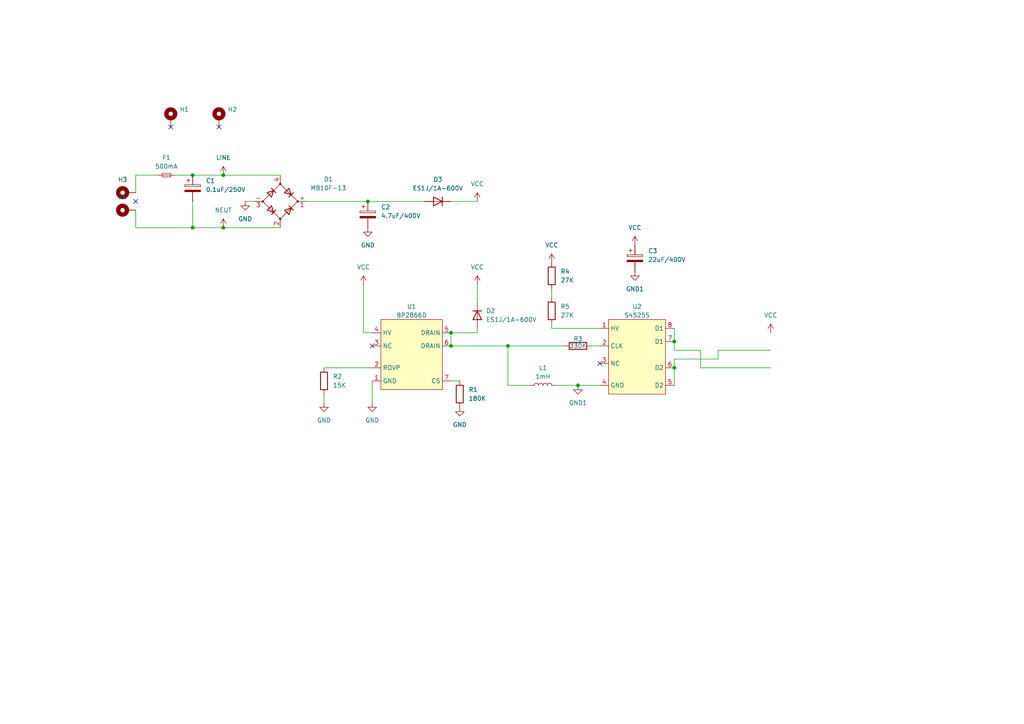
<source format=kicad_sch>
(kicad_sch (version 20231120) (generator "eeschema") (generator_version "8.0")
  (paper "A4")
  (lib_symbols
    (symbol "Device:C_Polarized" (pin_numbers hide) (pin_names (offset 0.254))
      (property "Reference" "C" (at 0.635 2.54 0))
      (property "Value" "C_Polarized" (at 0.635 -2.54 0))
      (symbol "C_Polarized_0_1"
        (rectangle (start -2.286 0.508) (end 2.286 1.016))
        (polyline (pts (xy -1.778 2.286) (xy -0.762 2.286)))
        (polyline (pts (xy -1.27 2.794) (xy -1.27 1.778)))
        (rectangle (start 2.286 -0.508) (end -2.286 -1.016) (fill (type outline)))
      )
      (symbol "C_Polarized_1_1"
        (pin passive line (at 0 3.81 270) (length 2.794) (name "~") (number "1"))
        (pin passive line (at 0 -3.81 90) (length 2.794) (name "~") (number "2"))
      )
    )
    (symbol "Device:D" (pin_numbers hide) (pin_names (offset 1.016) hide)
      (property "Reference" "D" (at 0 2.54 0))
      (property "Value" "D" (at 0 -2.54 0))
      (symbol "D_0_1"
        (polyline (pts (xy -1.27 1.27) (xy -1.27 -1.27)) (stroke (width 0.254)))
        (polyline (pts (xy 1.27 0) (xy -1.27 0)))
        (polyline (pts (xy 1.27 1.27) (xy 1.27 -1.27) (xy -1.27 0) (xy 1.27 1.27)) (stroke (width 0.254)))
      )
      (symbol "D_1_1"
        (pin passive line (at -3.81 0 0) (length 2.54) (name "K") (number "1"))
        (pin passive line (at 3.81 0 180) (length 2.54) (name "A") (number "2"))
      )
    )
    (symbol "Device:D_Bridge_+A-A" (pin_names (offset 0))
      (property "Reference" "D" (at 2.54 6.985 0))
      (property "Value" "D_Bridge_+A-A" (at 2.54 5.08 0))
      (symbol "D_Bridge_+A-A_0_1"
        (circle (center -5.08 0) (radius 0.254) (fill (type outline)))
        (circle (center 0 -5.08) (radius 0.254) (fill (type outline)))
        (polyline (pts (xy -2.54 3.81) (xy -1.27 2.54)) (stroke (width 0.254)))
        (polyline (pts (xy -1.27 -2.54) (xy -2.54 -3.81)) (stroke (width 0.254)))
        (polyline (pts (xy 2.54 -1.27) (xy 3.81 -2.54)) (stroke (width 0.254)))
        (polyline (pts (xy 2.54 1.27) (xy 3.81 2.54)) (stroke (width 0.254)))
        (polyline (pts (xy -3.81 2.54) (xy -2.54 1.27) (xy -1.905 3.175) (xy -3.81 2.54)) (stroke (width 0.254)))
        (polyline (pts (xy -2.54 -1.27) (xy -3.81 -2.54) (xy -1.905 -3.175) (xy -2.54 -1.27)) (stroke (width 0.254)))
        (polyline (pts (xy 1.27 2.54) (xy 2.54 3.81) (xy 3.175 1.905) (xy 1.27 2.54)) (stroke (width 0.254)))
        (polyline (pts (xy 3.175 -1.905) (xy 1.27 -2.54) (xy 2.54 -3.81) (xy 3.175 -1.905)) (stroke (width 0.254)))
        (polyline (pts (xy -5.08 0) (xy 0 -5.08) (xy 5.08 0) (xy 0 5.08) (xy -5.08 0)))
        (circle (center 0 5.08) (radius 0.254) (fill (type outline)))
        (circle (center 5.08 0) (radius 0.254) (fill (type outline)))
      )
      (symbol "D_Bridge_+A-A_1_1"
        (pin passive line (at 7.62 0 180) (length 2.54) (name "+") (number "1"))
        (pin passive line (at 0 -7.62 90) (length 2.54) (name "~") (number "2"))
        (pin passive line (at -7.62 0 0) (length 2.54) (name "-") (number "3"))
        (pin passive line (at 0 7.62 270) (length 2.54) (name "~") (number "4"))
      )
    )
    (symbol "Device:Fuse_Small" (pin_numbers hide) (pin_names (offset 0.254) hide)
      (property "Reference" "F" (at 0 -1.524 0))
      (property "Value" "Fuse_Small" (at 0 1.524 0))
      (symbol "Fuse_Small_0_1"
        (rectangle (start -1.27 0.508) (end 1.27 -0.508))
        (polyline (pts (xy -1.27 0) (xy 1.27 0)))
      )
      (symbol "Fuse_Small_1_1"
        (pin passive line (at -2.54 0 0) (length 1.27) (name "~") (number "1"))
        (pin passive line (at 2.54 0 180) (length 1.27) (name "~") (number "2"))
      )
    )
    (symbol "Device:L" (pin_numbers hide) (pin_names (offset 1.016) hide)
      (property "Reference" "L" (at -1.27 0 90))
      (property "Value" "L" (at 1.905 0 90))
      (symbol "L_0_1"
        (arc (start 0 -2.54) (mid 0.6323 -1.905) (end 0 -1.27))
        (arc (start 0 -1.27) (mid 0.6323 -0.635) (end 0 0))
        (arc (start 0 0) (mid 0.6323 0.635) (end 0 1.27))
        (arc (start 0 1.27) (mid 0.6323 1.905) (end 0 2.54))
      )
      (symbol "L_1_1"
        (pin passive line (at 0 3.81 270) (length 1.27) (name "1") (number "1"))
        (pin passive line (at 0 -3.81 90) (length 1.27) (name "2") (number "2"))
      )
    )
    (symbol "Device:R" (pin_numbers hide) (pin_names (offset 0))
      (property "Reference" "R" (at 2.032 0 90))
      (property "Value" "R" (at 0 0 90))
      (symbol "R_0_1"
        (rectangle (start -1.016 -2.54) (end 1.016 2.54) (stroke (width 0.254)))
      )
      (symbol "R_1_1"
        (pin passive line (at 0 3.81 270) (length 1.27) (name "~") (number "1"))
        (pin passive line (at 0 -3.81 90) (length 1.27) (name "~") (number "2"))
      )
    )
    (symbol "Mechanical:MountingHole_Pad_MP" (pin_numbers hide) (pin_names (offset 1.016) hide) (exclude_from_sim yes) (in_bom no)
      (property "Reference" "H" (at 0 6.35 0))
      (property "Value" "MountingHole_Pad_MP" (at 0 4.445 0))
      (symbol "MountingHole_Pad_MP_0_1"
        (circle (center 0 1.27) (radius 1.27) (stroke (width 1.27)))
      )
      (symbol "MountingHole_Pad_MP_1_1"
        (pin input line (at 0 -2.54 90) (length 2.54) (name "MP") (number "MP"))
      )
    )
    (symbol "SI_Driver_LED:S4525S"
      (property "Reference" "U" (at 0 0 0))
      (symbol "S4525S_1_1"
        (rectangle (start 0 21.59) (end 16.51 0) (fill (type background)))
        (pin input line (at -2.54 19.05 0) (length 2.54) (name "HV") (number "1"))
        (pin input line (at -2.54 13.97 0) (length 2.54) (name "CLK") (number "2"))
        (pin input line (at -2.54 8.89 0) (length 2.54) (name "NC") (number "3"))
        (pin input line (at -2.54 2.54 0) (length 2.54) (name "GND") (number "4"))
        (pin input line (at 19.05 2.54 180) (length 2.54) (name "D2") (number "5"))
        (pin input line (at 19.05 7.62 180) (length 2.54) (name "D2") (number "6"))
        (pin input line (at 19.05 15.24 180) (length 2.54) (name "D1") (number "7"))
        (pin input line (at 19.05 19.05 180) (length 2.54) (name "D1") (number "8"))
      )
    )
    (symbol "SI_Mosfet_BP2866:BP2866"
      (property "Reference" "U" (at 0 0 0))
      (symbol "BP2866_1_1"
        (rectangle (start 8.89 22.86) (end 26.67 2.54) (fill (type background)))
        (pin input line (at 6.35 5.08 0) (length 2.54) (name "GND") (number "1"))
        (pin input line (at 6.35 8.89 0) (length 2.54) (name "ROVP") (number "2"))
        (pin input line (at 6.35 15.24 0) (length 2.54) (name "NC") (number "3"))
        (pin input line (at 6.35 19.05 0) (length 2.54) (name "HV") (number "4"))
        (pin input line (at 29.21 19.05 180) (length 2.54) (name "DRAIN") (number "5"))
        (pin input line (at 29.21 15.24 180) (length 2.54) (name "DRAIN") (number "6"))
        (pin input line (at 29.21 5.08 180) (length 2.54) (name "CS") (number "7"))
      )
    )
    (symbol "power:GND" (power) (pin_numbers hide) (pin_names (offset 0) hide)
      (property "Value" "GND" (at 0 -3.81 0))
      (symbol "GND_0_1"
        (polyline (pts (xy 0 0) (xy 0 -1.27) (xy 1.27 -1.27) (xy 0 -2.54) (xy -1.27 -1.27) (xy 0 -1.27)))
      )
      (symbol "GND_1_1"
        (pin power_in line (at 0 0 270) (length 0) (name "~") (number "1"))
      )
    )
    (symbol "power:GND1" (power) (pin_numbers hide) (pin_names (offset 0) hide)
      (property "Value" "GND1" (at 0 -3.81 0))
      (symbol "GND1_0_1"
        (polyline (pts (xy 0 0) (xy 0 -1.27) (xy 1.27 -1.27) (xy 0 -2.54) (xy -1.27 -1.27) (xy 0 -1.27)))
      )
      (symbol "GND1_1_1"
        (pin power_in line (at 0 0 270) (length 0) (name "~") (number "1"))
      )
    )
    (symbol "power:LINE" (power) (pin_numbers hide) (pin_names (offset 0) hide)
      (property "Value" "LINE" (at 0 3.556 0))
      (symbol "LINE_0_1"
        (polyline (pts (xy -0.762 1.27) (xy 0 2.54)))
        (polyline (pts (xy 0 0) (xy 0 2.54)))
        (polyline (pts (xy 0 2.54) (xy 0.762 1.27)))
      )
      (symbol "LINE_1_1"
        (pin power_in line (at 0 0 90) (length 0) (name "~") (number "1"))
      )
    )
    (symbol "power:NEUT" (power) (pin_numbers hide) (pin_names (offset 0) hide)
      (property "Value" "NEUT" (at 0 3.556 0))
      (symbol "NEUT_0_1"
        (polyline (pts (xy -0.762 1.27) (xy 0 2.54)))
        (polyline (pts (xy 0 0) (xy 0 2.54)))
        (polyline (pts (xy 0 2.54) (xy 0.762 1.27)))
      )
      (symbol "NEUT_1_1"
        (pin power_in line (at 0 0 90) (length 0) (name "~") (number "1"))
      )
    )
    (symbol "power:VCC" (power) (pin_numbers hide) (pin_names (offset 0) hide)
      (property "Value" "VCC" (at 0 3.556 0))
      (symbol "VCC_0_1"
        (polyline (pts (xy -0.762 1.27) (xy 0 2.54)))
        (polyline (pts (xy 0 0) (xy 0 2.54)))
        (polyline (pts (xy 0 2.54) (xy 0.762 1.27)))
      )
      (symbol "VCC_1_1"
        (pin power_in line (at 0 0 90) (length 0) (name "~") (number "1"))
      )
    )
  )
  (junction (at 106.68 58.42))
  (junction (at 55.88 50.8))
  (junction (at 130.81 100.33))
  (junction (at 64.77 50.8))
  (junction (at 167.64 111.76))
  (junction (at 195.58 106.68))
  (junction (at 147.32 100.33))
  (junction (at 195.58 99.06))
  (junction (at 64.77 66.04))
  (junction (at 55.88 66.04))
  (junction (at 130.81 96.52))
  (no_connect (at 107.95 100.33))
  (no_connect (at 39.37 58.42))
  (no_connect (at 63.5 36.83))
  (no_connect (at 173.99 105.41))
  (no_connect (at 49.53 36.83))
  (wire (pts (xy 195.58 106.68) (xy 195.58 111.76)))
  (wire (pts (xy 64.77 66.04) (xy 55.88 66.04)))
  (wire (pts (xy 55.88 50.8) (xy 64.77 50.8)))
  (wire (pts (xy 130.81 96.52) (xy 130.81 100.33)))
  (wire (pts (xy 138.43 95.25) (xy 138.43 96.52)))
  (wire (pts (xy 105.41 96.52) (xy 105.41 82.55)))
  (wire (pts (xy 138.43 96.52) (xy 130.81 96.52)))
  (wire (pts (xy 50.8 50.8) (xy 55.88 50.8)))
  (wire (pts (xy 130.81 58.42) (xy 138.43 58.42)))
  (wire (pts (xy 160.02 83.82) (xy 160.02 86.36)))
  (wire (pts (xy 167.64 111.76) (xy 173.99 111.76)))
  (wire (pts (xy 93.98 106.68) (xy 107.95 106.68)))
  (wire (pts (xy 55.88 58.42) (xy 55.88 66.04)))
  (wire (pts (xy 147.32 111.76) (xy 147.32 100.33)))
  (wire (pts (xy 171.45 100.33) (xy 173.99 100.33)))
  (wire (pts (xy 223.52 101.6) (xy 208.28 101.6)))
  (wire (pts (xy 173.99 95.25) (xy 160.02 95.25)))
  (wire (pts (xy 195.58 104.14) (xy 195.58 106.68)))
  (wire (pts (xy 39.37 60.96) (xy 39.37 66.04)))
  (wire (pts (xy 55.88 66.04) (xy 39.37 66.04)))
  (wire (pts (xy 81.28 66.04) (xy 64.77 66.04)))
  (wire (pts (xy 138.43 82.55) (xy 138.43 87.63)))
  (wire (pts (xy 161.29 111.76) (xy 167.64 111.76)))
  (wire (pts (xy 208.28 101.6) (xy 208.28 104.14)))
  (wire (pts (xy 107.95 96.52) (xy 105.41 96.52)))
  (wire (pts (xy 130.81 110.49) (xy 133.35 110.49)))
  (wire (pts (xy 203.2 101.6) (xy 203.2 106.68)))
  (wire (pts (xy 64.77 50.8) (xy 81.28 50.8)))
  (wire (pts (xy 195.58 101.6) (xy 203.2 101.6)))
  (wire (pts (xy 106.68 58.42) (xy 123.19 58.42)))
  (wire (pts (xy 130.81 100.33) (xy 147.32 100.33)))
  (wire (pts (xy 208.28 104.14) (xy 195.58 104.14)))
  (wire (pts (xy 88.9 58.42) (xy 106.68 58.42)))
  (wire (pts (xy 93.98 116.84) (xy 93.98 114.3)))
  (wire (pts (xy 147.32 111.76) (xy 153.67 111.76)))
  (wire (pts (xy 203.2 106.68) (xy 223.52 106.68)))
  (wire (pts (xy 195.58 101.6) (xy 195.58 99.06)))
  (wire (pts (xy 107.95 116.84) (xy 107.95 110.49)))
  (wire (pts (xy 39.37 55.88) (xy 39.37 50.8)))
  (wire (pts (xy 147.32 100.33) (xy 163.83 100.33)))
  (wire (pts (xy 195.58 95.25) (xy 195.58 99.06)))
  (wire (pts (xy 71.12 58.42) (xy 73.66 58.42)))
  (wire (pts (xy 39.37 50.8) (xy 45.72 50.8)))
  (wire (pts (xy 160.02 95.25) (xy 160.02 93.98)))
  (symbol (lib_id "power:GND") (at 93.98 116.84 0) (unit 1)
    (property "Reference" "#PWR010" (effects (hide yes)))
    (property "Value" "GND" (at 93.98 121.92 0))
    (property "Description" "Power symbol creates a global label with name \"GND\" , ground" (effects (hide yes)))
  )
  (symbol (lib_id "power:LINE") (at 64.77 50.8 0) (unit 1)
    (property "Reference" "#PWR03" (effects (hide yes)))
    (property "Value" "LINE" (at 64.77 45.72 0))
    (property "Description" "Power symbol creates a global label with name \"LINE\"" (effects (hide yes)))
  )
  (symbol (lib_id "power:GND") (at 107.95 116.84 0) (unit 1)
    (property "Reference" "#PWR011" (effects (hide yes)))
    (property "Value" "GND" (at 107.95 121.92 0))
    (property "Description" "Power symbol creates a global label with name \"GND\" , ground" (effects (hide yes)))
  )
  (symbol (lib_id "power:VCC") (at 105.41 82.55 0) (unit 1)
    (property "Reference" "#PWR06" (effects (hide yes)))
    (property "Value" "VCC" (at 105.41 77.47 0))
    (property "Description" "Power symbol creates a global label with name \"VCC\"" (effects (hide yes)))
  )
  (symbol (lib_id "Mechanical:MountingHole_Pad_MP") (at 63.5 34.29 0) (unit 1) (exclude_from_sim yes) (in_bom no)
    (property "Reference" "H2" (at 66.04 31.7499 0) (effects (justify left)))
    (property "Value" "MountingHole_Pad_MP" (effects (hide yes)))
    (property "Footprint" "MountingHole:MountingHole_3.2mm_M3_DIN965_Pad" (effects (hide yes)))
    (property "Description" "Mounting Hole with connection as pad named MP" (effects (hide yes)))
  )
  (symbol (lib_id "Device:D") (at 138.43 91.44 270) (unit 1)
    (property "Reference" "D2" (at 140.97 90.1699 90) (effects (justify left)))
    (property "Value" "ES1J/1A-600V" (at 140.97 92.7099 90) (effects (justify left)))
    (property "Footprint" "Diode_SMD:D_SMA" (effects (hide yes)))
    (property "Description" "Diode" (effects (hide yes)))
    (property "Sim.Device" "D" (effects (hide yes)))
    (property "Sim.Pins" "1=K 2=A" (effects (hide yes)))
  )
  (symbol (lib_id "power:NEUT") (at 64.77 66.04 0) (unit 1)
    (property "Reference" "#PWR04" (effects (hide yes)))
    (property "Value" "NEUT" (at 64.77 60.96 0))
    (property "Description" "Power symbol creates a global label with name \"NEUT\"" (effects (hide yes)))
  )
  (symbol (lib_id "SI_Driver_LED:S4525S") (at 176.53 114.3 0) (unit 1)
    (property "Reference" "U2" (at 184.785 88.9 0))
    (property "Value" "S4525S" (at 184.785 91.44 0))
    (property "Footprint" "Package_SO:SOIC-8_3.9x4.9mm_P1.27mm" (effects (hide yes)))
  )
  (symbol (lib_id "power:VCC") (at 138.43 82.55 0) (unit 1)
    (property "Reference" "#PWR07" (effects (hide yes)))
    (property "Value" "VCC" (at 138.43 77.47 0))
    (property "Description" "Power symbol creates a global label with name \"VCC\"" (effects (hide yes)))
  )
  (symbol (lib_id "power:GND1") (at 167.64 111.76 0) (unit 1)
    (property "Reference" "#PWR013" (effects (hide yes)))
    (property "Value" "GND1" (at 167.64 116.84 0))
    (property "Description" "Power symbol creates a global label with name \"GND1\" , ground" (effects (hide yes)))
  )
  (symbol (lib_id "Device:C_Polarized") (at 184.15 74.93 0) (unit 1)
    (property "Reference" "C3" (at 187.96 72.7709 0) (effects (justify left)))
    (property "Value" "22uF/400V" (at 187.96 75.3109 0) (effects (justify left)))
    (property "Footprint" "Capacitor_THT:C_Radial_D5.0mm_H11.0mm_P2.00mm" (effects (hide yes)))
    (property "Description" "Polarized capacitor" (effects (hide yes)))
  )
  (symbol (lib_id "Device:L") (at 157.48 111.76 90) (unit 1)
    (property "Reference" "L1" (at 157.48 106.68 90))
    (property "Value" "1mH" (at 157.48 109.22 90))
    (property "Footprint" "Inductor_SMD:L_Chilisin_BMRF00101040" (effects (hide yes)))
    (property "Description" "Inductor" (effects (hide yes)))
  )
  (symbol (lib_id "SI_Mosfet_BP2866:BP2866") (at 101.6 115.57 0) (unit 1)
    (property "Reference" "U1" (at 119.38 88.9 0))
    (property "Value" "BP2866D" (at 119.38 91.44 0))
    (property "Footprint" "SI_Mosfet_Buck:BP2866" (effects (hide yes)))
  )
  (symbol (lib_id "Device:C_Polarized") (at 55.88 54.61 0) (unit 1)
    (property "Reference" "C1" (at 59.69 52.4509 0) (effects (justify left)))
    (property "Value" "0.1uF/250V" (at 59.69 54.9909 0) (effects (justify left)))
    (property "Footprint" "Capacitor_THT:C_Rect_L9.0mm_W3.4mm_P7.50mm_MKT" (effects (hide yes)))
    (property "Description" "Polarized capacitor" (effects (hide yes)))
  )
  (symbol (lib_id "power:VCC") (at 160.02 76.2 0) (unit 1)
    (property "Reference" "#PWR08" (effects (hide yes)))
    (property "Value" "VCC" (at 160.02 71.12 0))
    (property "Description" "Power symbol creates a global label with name \"VCC\"" (effects (hide yes)))
  )
  (symbol (lib_id "Device:D_Bridge_+A-A") (at 81.28 58.42 0) (unit 1)
    (property "Reference" "D1" (at 95.25 51.9998 0))
    (property "Value" "MB10F-13" (at 95.25 54.5398 0))
    (property "Footprint" "CTS_Diode_SMD:DiodeBridge_MB10F-13" (effects (hide yes)))
    (property "Description" "Diode bridge, +ve/AC/-ve/AC" (effects (hide yes)))
  )
  (symbol (lib_id "Mechanical:MountingHole_Pad_MP") (at 36.83 60.96 90) (unit 1) (exclude_from_sim yes) (in_bom no)
    (property "Reference" "H4" (at 35.56 57.15 90))
    (property "Value" "MountingHole_Pad_MP" (effects (hide yes)))
    (property "Footprint" "MountingHole:MountingHole_3.2mm_M3_DIN965_Pad" (effects (hide yes)))
    (property "Description" "Mounting Hole with connection as pad named MP" (effects (hide yes)))
  )
  (symbol (lib_id "power:GND") (at 106.68 66.04 0) (unit 1)
    (property "Reference" "#PWR02" (effects (hide yes)))
    (property "Value" "GND" (at 106.68 71.12 0))
    (property "Description" "Power symbol creates a global label with name \"GND\" , ground" (effects (hide yes)))
  )
  (symbol (lib_id "power:GND") (at 71.12 58.42 0) (unit 1)
    (property "Reference" "#PWR01" (effects (hide yes)))
    (property "Value" "GND" (at 71.12 63.5 0))
    (property "Description" "Power symbol creates a global label with name \"GND\" , ground" (effects (hide yes)))
  )
  (symbol (lib_id "Device:C_Polarized") (at 106.68 62.23 0) (unit 1)
    (property "Reference" "C2" (at 110.49 60.0709 0) (effects (justify left)))
    (property "Value" "4.7uF/400V" (at 110.49 62.6109 0) (effects (justify left)))
    (property "Footprint" "Capacitor_THT:C_Radial_D5.0mm_H11.0mm_P2.00mm" (effects (hide yes)))
    (property "Description" "Polarized capacitor" (effects (hide yes)))
  )
  (symbol (lib_id "Device:R") (at 160.02 90.17 180) (unit 1)
    (property "Reference" "R5" (at 162.56 88.8999 0) (effects (justify right)))
    (property "Value" "27K" (at 162.56 91.4399 0) (effects (justify right)))
    (property "Footprint" "Resistor_SMD:R_1206_3216Metric" (effects (hide yes)))
    (property "Description" "Resistor" (effects (hide yes)))
  )
  (symbol (lib_id "power:VCC") (at 223.52 96.52 0) (unit 1)
    (property "Reference" "#PWR014" (effects (hide yes)))
    (property "Value" "VCC" (at 223.52 91.44 0))
    (property "Description" "Power symbol creates a global label with name \"VCC\"" (effects (hide yes)))
  )
  (symbol (lib_id "Device:R") (at 167.64 100.33 90) (unit 1)
    (property "Reference" "R3" (at 167.64 98.298 90))
    (property "Value" "330K" (at 167.64 100.33 90))
    (property "Footprint" "Resistor_SMD:R_0805_2012Metric" (effects (hide yes)))
    (property "Description" "Resistor" (effects (hide yes)))
  )
  (symbol (lib_id "Device:R") (at 133.35 114.3 0) (unit 1)
    (property "Reference" "R1" (at 135.89 113.0299 0) (effects (justify left)))
    (property "Value" "180K" (at 135.89 115.5699 0) (effects (justify left)))
    (property "Footprint" "Resistor_SMD:R_1206_3216Metric" (effects (hide yes)))
    (property "Description" "Resistor" (effects (hide yes)))
  )
  (symbol (lib_id "Device:D") (at 127 58.42 180) (unit 1)
    (property "Reference" "D3" (at 127 52.07 0))
    (property "Value" "ES1J/1A-600V" (at 127 54.61 0))
    (property "Footprint" "Diode_SMD:D_SMA" (effects (hide yes)))
    (property "Description" "Diode" (effects (hide yes)))
    (property "Sim.Device" "D" (effects (hide yes)))
    (property "Sim.Pins" "1=K 2=A" (effects (hide yes)))
  )
  (symbol (lib_id "Mechanical:MountingHole_Pad_MP") (at 36.83 55.88 90) (unit 1) (exclude_from_sim yes) (in_bom no)
    (property "Reference" "H3" (at 35.56 52.07 90))
    (property "Value" "MountingHole_Pad_MP" (effects (hide yes)))
    (property "Footprint" "MountingHole:MountingHole_3.2mm_M3_DIN965_Pad" (effects (hide yes)))
    (property "Description" "Mounting Hole with connection as pad named MP" (effects (hide yes)))
  )
  (symbol (lib_id "Device:R") (at 160.02 80.01 180) (unit 1)
    (property "Reference" "R4" (at 162.56 78.7399 0) (effects (justify right)))
    (property "Value" "27K" (at 162.56 81.2799 0) (effects (justify right)))
    (property "Footprint" "Resistor_SMD:R_1206_3216Metric" (effects (hide yes)))
    (property "Description" "Resistor" (effects (hide yes)))
  )
  (symbol (lib_id "power:GND1") (at 184.15 78.74 0) (unit 1)
    (property "Reference" "#PWR015" (effects (hide yes)))
    (property "Value" "GND1" (at 184.15 83.82 0))
    (property "Description" "Power symbol creates a global label with name \"GND1\" , ground" (effects (hide yes)))
  )
  (symbol (lib_id "power:GND") (at 133.35 118.11 0) (unit 1)
    (property "Reference" "#PWR012" (effects (hide yes)))
    (property "Value" "GND" (at 133.35 123.19 0))
    (property "Description" "Power symbol creates a global label with name \"GND\" , ground" (effects (hide yes)))
  )
  (symbol (lib_id "Mechanical:MountingHole_Pad_MP") (at 49.53 34.29 0) (unit 1) (exclude_from_sim yes) (in_bom no)
    (property "Reference" "H1" (at 52.07 31.7499 0) (effects (justify left)))
    (property "Value" "MountingHole_Pad_MP" (effects (hide yes)))
    (property "Footprint" "MountingHole:MountingHole_3.2mm_M3_DIN965_Pad" (effects (hide yes)))
    (property "Description" "Mounting Hole with connection as pad named MP" (effects (hide yes)))
  )
  (symbol (lib_id "power:VCC") (at 184.15 71.12 0) (unit 1)
    (property "Reference" "#PWR09" (effects (hide yes)))
    (property "Value" "VCC" (at 184.15 66.04 0))
    (property "Description" "Power symbol creates a global label with name \"VCC\"" (effects (hide yes)))
  )
  (symbol (lib_id "Device:Fuse_Small") (at 48.26 50.8 0) (unit 1)
    (property "Reference" "F1" (at 48.26 45.72 0))
    (property "Value" "500mA" (at 48.26 48.26 0))
    (property "Footprint" "Fuse:Fuse_1812_4532Metric" (effects (hide yes)))
    (property "Description" "Fuse, small symbol" (effects (hide yes)))
  )
  (symbol (lib_id "power:VCC") (at 138.43 58.42 0) (unit 1)
    (property "Reference" "#PWR05" (effects (hide yes)))
    (property "Value" "VCC" (at 138.43 53.34 0))
    (property "Description" "Power symbol creates a global label with name \"VCC\"" (effects (hide yes)))
  )
  (symbol (lib_id "Device:R") (at 93.98 110.49 0) (unit 1)
    (property "Reference" "R2" (at 96.52 109.2199 0) (effects (justify left)))
    (property "Value" "15K" (at 96.52 111.7599 0) (effects (justify left)))
    (property "Footprint" "Resistor_SMD:R_1206_3216Metric" (effects (hide yes)))
    (property "Description" "Resistor" (effects (hide yes)))
  )
)
</source>
